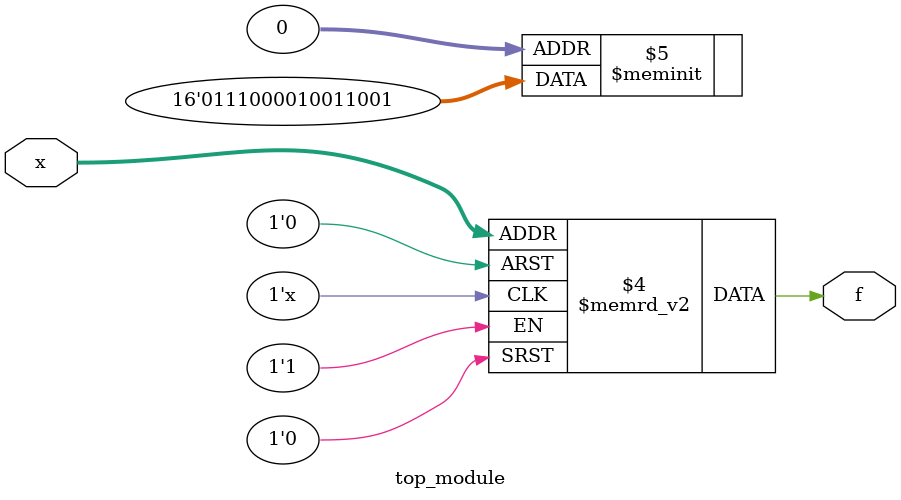
<source format=sv>
module top_module (
	input [4:1] x,
	output logic f
);
    always_comb begin
        case(x)
            4'b0000: f = 1;
            4'b0001: f = 0;
            4'b0011: f = 1;
            4'b0100: f = 1;
            4'b0101: f = 0;
            4'b0110: f = 0;
            4'b0111: f = 1;
            4'b1000: f = 0;
            4'b1001: f = 0;
            4'b1011: f = 0;
            4'b1100: f = 1;
            4'b1101: f = 1;
            4'b1110: f = 1;
            4'b1111: f = 0;
            default: f = 0;
        endcase
    end
endmodule

</source>
